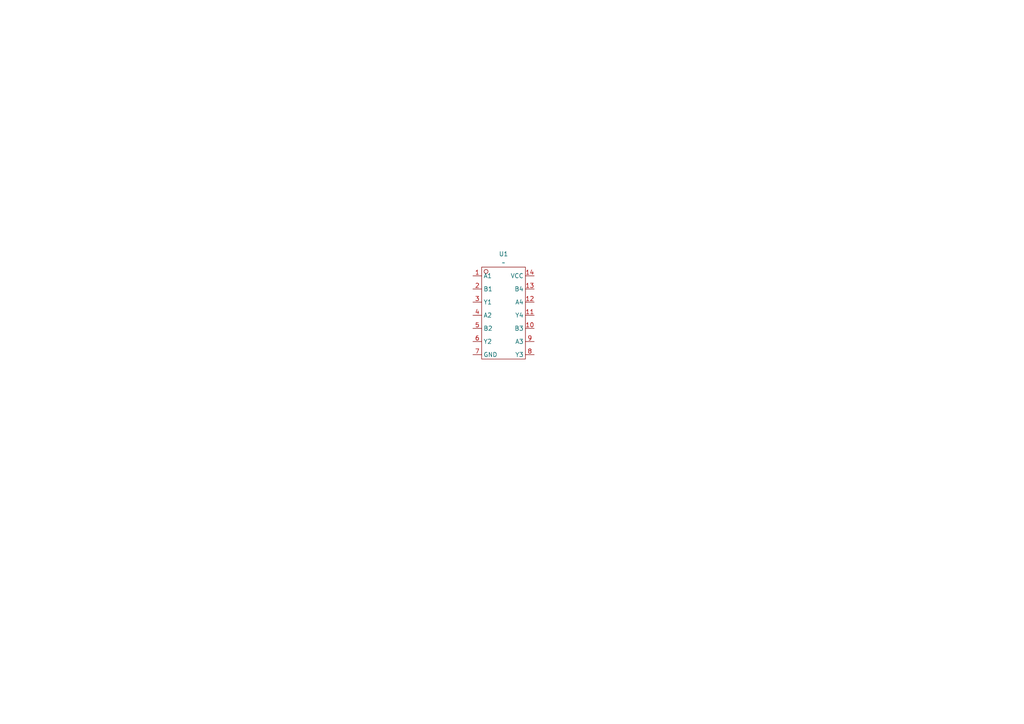
<source format=kicad_sch>
(kicad_sch (version 20231120) (generator "eeschema") (generator_version "8.0")
  (paper "A4")
  (title_block (title "X BOARD LG PLASMA TV PANEL") (date "2025-04-03") (rev "1.0") (comment 1 "Author: Fábio Pereira da Silva"))
  (lib_symbols
    (symbol "irf_s21850:VHC08"
      (property "Reference" "U" (at 0 0.762 0))
      (symbol "VHC08_0_1"
        (rectangle (start -6.35 0) (end 6.35 -26.67))
        (circle (center -5.08 -1.27) (radius 0.57))
      )
      (symbol "VHC08_1_1"
        (pin input line (at -8.89 -2.54 0) (length 2.54) (name "A1") (number "1"))
        (pin input line (at 8.89 -17.78 180) (length 2.54) (name "B3") (number "10"))
        (pin output line (at 8.89 -13.97 180) (length 2.54) (name "Y4") (number "11"))
        (pin input line (at 8.89 -10.16 180) (length 2.54) (name "A4") (number "12"))
        (pin input line (at 8.89 -6.35 180) (length 2.54) (name "B4") (number "13"))
        (pin power_in line (at 8.89 -2.54 180) (length 2.54) (name "VCC") (number "14"))
        (pin input line (at -8.89 -6.35 0) (length 2.54) (name "B1") (number "2"))
        (pin output line (at -8.89 -10.16 0) (length 2.54) (name "Y1") (number "3"))
        (pin input line (at -8.89 -13.97 0) (length 2.54) (name "A2") (number "4"))
        (pin input line (at -8.89 -17.78 0) (length 2.54) (name "B2") (number "5"))
        (pin output line (at -8.89 -21.59 0) (length 2.54) (name "Y2") (number "6"))
        (pin power_in line (at -8.89 -25.4 0) (length 2.54) (name "GND") (number "7"))
        (pin output line (at 8.89 -25.4 180) (length 2.54) (name "Y3") (number "8"))
        (pin input line (at 8.89 -21.59 180) (length 2.54) (name "A3") (number "9"))
      )
    )
  )
  (symbol (lib_id "irf_s21850:VHC08") (at 146.05 77.47 0) (unit 1)
    (property "Reference" "U1" (at 146.05 73.66 0))
    (property "Value" "~" (at 146.05 76.2 0))
  )
)
</source>
